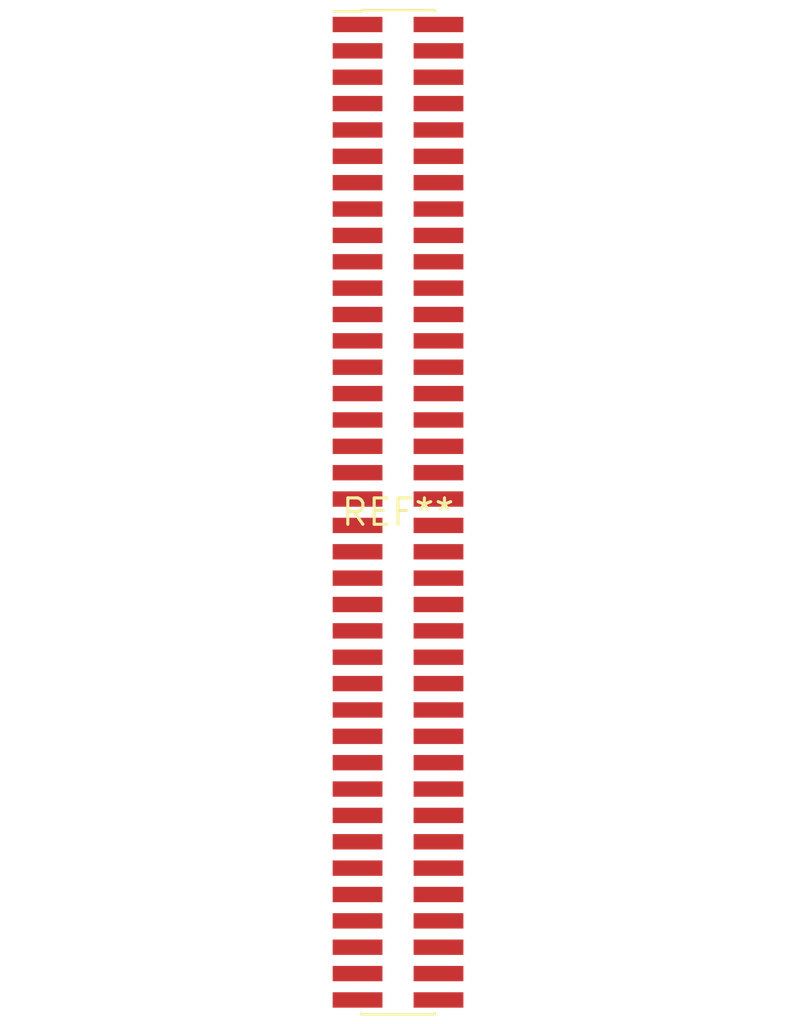
<source format=kicad_pcb>
(kicad_pcb (version 20240108) (generator pcbnew)
  (layers (0 "F.Cu" signal) (31 "B.Cu" signal) (34 "B.Paste" user) (35 "F.Paste" user) (36 "B.SilkS" user "B.Silkscreen") (37 "F.SilkS" user "F.Silkscreen") (38 "B.Mask" user) (39 "F.Mask" user) (44 "Edge.Cuts" user))
  (net 0 "")
  (footprint "PinHeader_2x38_P1.27mm_Vertical_SMD" (layer "F.Cu") (at 0 0)
    (property "Reference" "REF**")
    (property "Value" "PinHeader_2x38_P1.27mm_Vertical_SMD")
    (fp_line (start -3.09 -24.125) (end -1.765 -24.125) (layer "F.SilkS") (stroke (width 0.12)))
    (fp_line (start -1.765 -24.19) (end -1.765 -24.125) (layer "F.SilkS") (stroke (width 0.12)))
    (fp_line (start -1.765 -24.19) (end 1.765 -24.19) (layer "F.SilkS") (stroke (width 0.12)))
    (fp_line (start -1.765 24.125) (end -1.765 24.19) (layer "F.SilkS") (stroke (width 0.12)))
    (fp_line (start -1.765 24.19) (end 1.765 24.19) (layer "F.SilkS") (stroke (width 0.12)))
    (fp_line (start 1.765 -24.19) (end 1.765 -24.125) (layer "F.SilkS") (stroke (width 0.12)))
    (fp_line (start 1.765 24.125) (end 1.765 24.19) (layer "F.SilkS") (stroke (width 0.12)))
    (pad "1" smd rect (at -1.95 -23.495) (size 2.4 0.74) (layers "F.Cu" "F.Paste" "F.Mask"))
    (pad "2" smd rect (at 1.95 -23.495) (size 2.4 0.74) (layers "F.Cu" "F.Paste" "F.Mask"))
    (pad "3" smd rect (at -1.95 -22.225) (size 2.4 0.74) (layers "F.Cu" "F.Paste" "F.Mask"))
    (pad "4" smd rect (at 1.95 -22.225) (size 2.4 0.74) (layers "F.Cu" "F.Paste" "F.Mask"))
    (pad "5" smd rect (at -1.95 -20.955) (size 2.4 0.74) (layers "F.Cu" "F.Paste" "F.Mask"))
    (pad "6" smd rect (at 1.95 -20.955) (size 2.4 0.74) (layers "F.Cu" "F.Paste" "F.Mask"))
    (pad "7" smd rect (at -1.95 -19.685) (size 2.4 0.74) (layers "F.Cu" "F.Paste" "F.Mask"))
    (pad "8" smd rect (at 1.95 -19.685) (size 2.4 0.74) (layers "F.Cu" "F.Paste" "F.Mask"))
    (pad "9" smd rect (at -1.95 -18.415) (size 2.4 0.74) (layers "F.Cu" "F.Paste" "F.Mask"))
    (pad "10" smd rect (at 1.95 -18.415) (size 2.4 0.74) (layers "F.Cu" "F.Paste" "F.Mask"))
    (pad "11" smd rect (at -1.95 -17.145) (size 2.4 0.74) (layers "F.Cu" "F.Paste" "F.Mask"))
    (pad "12" smd rect (at 1.95 -17.145) (size 2.4 0.74) (layers "F.Cu" "F.Paste" "F.Mask"))
    (pad "13" smd rect (at -1.95 -15.875) (size 2.4 0.74) (layers "F.Cu" "F.Paste" "F.Mask"))
    (pad "14" smd rect (at 1.95 -15.875) (size 2.4 0.74) (layers "F.Cu" "F.Paste" "F.Mask"))
    (pad "15" smd rect (at -1.95 -14.605) (size 2.4 0.74) (layers "F.Cu" "F.Paste" "F.Mask"))
    (pad "16" smd rect (at 1.95 -14.605) (size 2.4 0.74) (layers "F.Cu" "F.Paste" "F.Mask"))
    (pad "17" smd rect (at -1.95 -13.335) (size 2.4 0.74) (layers "F.Cu" "F.Paste" "F.Mask"))
    (pad "18" smd rect (at 1.95 -13.335) (size 2.4 0.74) (layers "F.Cu" "F.Paste" "F.Mask"))
    (pad "19" smd rect (at -1.95 -12.065) (size 2.4 0.74) (layers "F.Cu" "F.Paste" "F.Mask"))
    (pad "20" smd rect (at 1.95 -12.065) (size 2.4 0.74) (layers "F.Cu" "F.Paste" "F.Mask"))
    (pad "21" smd rect (at -1.95 -10.795) (size 2.4 0.74) (layers "F.Cu" "F.Paste" "F.Mask"))
    (pad "22" smd rect (at 1.95 -10.795) (size 2.4 0.74) (layers "F.Cu" "F.Paste" "F.Mask"))
    (pad "23" smd rect (at -1.95 -9.525) (size 2.4 0.74) (layers "F.Cu" "F.Paste" "F.Mask"))
    (pad "24" smd rect (at 1.95 -9.525) (size 2.4 0.74) (layers "F.Cu" "F.Paste" "F.Mask"))
    (pad "25" smd rect (at -1.95 -8.255) (size 2.4 0.74) (layers "F.Cu" "F.Paste" "F.Mask"))
    (pad "26" smd rect (at 1.95 -8.255) (size 2.4 0.74) (layers "F.Cu" "F.Paste" "F.Mask"))
    (pad "27" smd rect (at -1.95 -6.985) (size 2.4 0.74) (layers "F.Cu" "F.Paste" "F.Mask"))
    (pad "28" smd rect (at 1.95 -6.985) (size 2.4 0.74) (layers "F.Cu" "F.Paste" "F.Mask"))
    (pad "29" smd rect (at -1.95 -5.715) (size 2.4 0.74) (layers "F.Cu" "F.Paste" "F.Mask"))
    (pad "30" smd rect (at 1.95 -5.715) (size 2.4 0.74) (layers "F.Cu" "F.Paste" "F.Mask"))
    (pad "31" smd rect (at -1.95 -4.445) (size 2.4 0.74) (layers "F.Cu" "F.Paste" "F.Mask"))
    (pad "32" smd rect (at 1.95 -4.445) (size 2.4 0.74) (layers "F.Cu" "F.Paste" "F.Mask"))
    (pad "33" smd rect (at -1.95 -3.175) (size 2.4 0.74) (layers "F.Cu" "F.Paste" "F.Mask"))
    (pad "34" smd rect (at 1.95 -3.175) (size 2.4 0.74) (layers "F.Cu" "F.Paste" "F.Mask"))
    (pad "35" smd rect (at -1.95 -1.905) (size 2.4 0.74) (layers "F.Cu" "F.Paste" "F.Mask"))
    (pad "36" smd rect (at 1.95 -1.905) (size 2.4 0.74) (layers "F.Cu" "F.Paste" "F.Mask"))
    (pad "37" smd rect (at -1.95 -0.635) (size 2.4 0.74) (layers "F.Cu" "F.Paste" "F.Mask"))
    (pad "38" smd rect (at 1.95 -0.635) (size 2.4 0.74) (layers "F.Cu" "F.Paste" "F.Mask"))
    (pad "39" smd rect (at -1.95 0.635) (size 2.4 0.74) (layers "F.Cu" "F.Paste" "F.Mask"))
    (pad "40" smd rect (at 1.95 0.635) (size 2.4 0.74) (layers "F.Cu" "F.Paste" "F.Mask"))
    (pad "41" smd rect (at -1.95 1.905) (size 2.4 0.74) (layers "F.Cu" "F.Paste" "F.Mask"))
    (pad "42" smd rect (at 1.95 1.905) (size 2.4 0.74) (layers "F.Cu" "F.Paste" "F.Mask"))
    (pad "43" smd rect (at -1.95 3.175) (size 2.4 0.74) (layers "F.Cu" "F.Paste" "F.Mask"))
    (pad "44" smd rect (at 1.95 3.175) (size 2.4 0.74) (layers "F.Cu" "F.Paste" "F.Mask"))
    (pad "45" smd rect (at -1.95 4.445) (size 2.4 0.74) (layers "F.Cu" "F.Paste" "F.Mask"))
    (pad "46" smd rect (at 1.95 4.445) (size 2.4 0.74) (layers "F.Cu" "F.Paste" "F.Mask"))
    (pad "47" smd rect (at -1.95 5.715) (size 2.4 0.74) (layers "F.Cu" "F.Paste" "F.Mask"))
    (pad "48" smd rect (at 1.95 5.715) (size 2.4 0.74) (layers "F.Cu" "F.Paste" "F.Mask"))
    (pad "49" smd rect (at -1.95 6.985) (size 2.4 0.74) (layers "F.Cu" "F.Paste" "F.Mask"))
    (pad "50" smd rect (at 1.95 6.985) (size 2.4 0.74) (layers "F.Cu" "F.Paste" "F.Mask"))
    (pad "51" smd rect (at -1.95 8.255) (size 2.4 0.74) (layers "F.Cu" "F.Paste" "F.Mask"))
    (pad "52" smd rect (at 1.95 8.255) (size 2.4 0.74) (layers "F.Cu" "F.Paste" "F.Mask"))
    (pad "53" smd rect (at -1.95 9.525) (size 2.4 0.74) (layers "F.Cu" "F.Paste" "F.Mask"))
    (pad "54" smd rect (at 1.95 9.525) (size 2.4 0.74) (layers "F.Cu" "F.Paste" "F.Mask"))
    (pad "55" smd rect (at -1.95 10.795) (size 2.4 0.74) (layers "F.Cu" "F.Paste" "F.Mask"))
    (pad "56" smd rect (at 1.95 10.795) (size 2.4 0.74) (layers "F.Cu" "F.Paste" "F.Mask"))
    (pad "57" smd rect (at -1.95 12.065) (size 2.4 0.74) (layers "F.Cu" "F.Paste" "F.Mask"))
    (pad "58" smd rect (at 1.95 12.065) (size 2.4 0.74) (layers "F.Cu" "F.Paste" "F.Mask"))
    (pad "59" smd rect (at -1.95 13.335) (size 2.4 0.74) (layers "F.Cu" "F.Paste" "F.Mask"))
    (pad "60" smd rect (at 1.95 13.335) (size 2.4 0.74) (layers "F.Cu" "F.Paste" "F.Mask"))
    (pad "61" smd rect (at -1.95 14.605) (size 2.4 0.74) (layers "F.Cu" "F.Paste" "F.Mask"))
    (pad "62" smd rect (at 1.95 14.605) (size 2.4 0.74) (layers "F.Cu" "F.Paste" "F.Mask"))
    (pad "63" smd rect (at -1.95 15.875) (size 2.4 0.74) (layers "F.Cu" "F.Paste" "F.Mask"))
    (pad "64" smd rect (at 1.95 15.875) (size 2.4 0.74) (layers "F.Cu" "F.Paste" "F.Mask"))
    (pad "65" smd rect (at -1.95 17.145) (size 2.4 0.74) (layers "F.Cu" "F.Paste" "F.Mask"))
    (pad "66" smd rect (at 1.95 17.145) (size 2.4 0.74) (layers "F.Cu" "F.Paste" "F.Mask"))
    (pad "67" smd rect (at -1.95 18.415) (size 2.4 0.74) (layers "F.Cu" "F.Paste" "F.Mask"))
    (pad "68" smd rect (at 1.95 18.415) (size 2.4 0.74) (layers "F.Cu" "F.Paste" "F.Mask"))
    (pad "69" smd rect (at -1.95 19.685) (size 2.4 0.74) (layers "F.Cu" "F.Paste" "F.Mask"))
    (pad "70" smd rect (at 1.95 19.685) (size 2.4 0.74) (layers "F.Cu" "F.Paste" "F.Mask"))
    (pad "71" smd rect (at -1.95 20.955) (size 2.4 0.74) (layers "F.Cu" "F.Paste" "F.Mask"))
    (pad "72" smd rect (at 1.95 20.955) (size 2.4 0.74) (layers "F.Cu" "F.Paste" "F.Mask"))
    (pad "73" smd rect (at -1.95 22.225) (size 2.4 0.74) (layers "F.Cu" "F.Paste" "F.Mask"))
    (pad "74" smd rect (at 1.95 22.225) (size 2.4 0.74) (layers "F.Cu" "F.Paste" "F.Mask"))
    (pad "75" smd rect (at -1.95 23.495) (size 2.4 0.74) (layers "F.Cu" "F.Paste" "F.Mask"))
    (pad "76" smd rect (at 1.95 23.495) (size 2.4 0.74) (layers "F.Cu" "F.Paste" "F.Mask"))
  )
)
</source>
